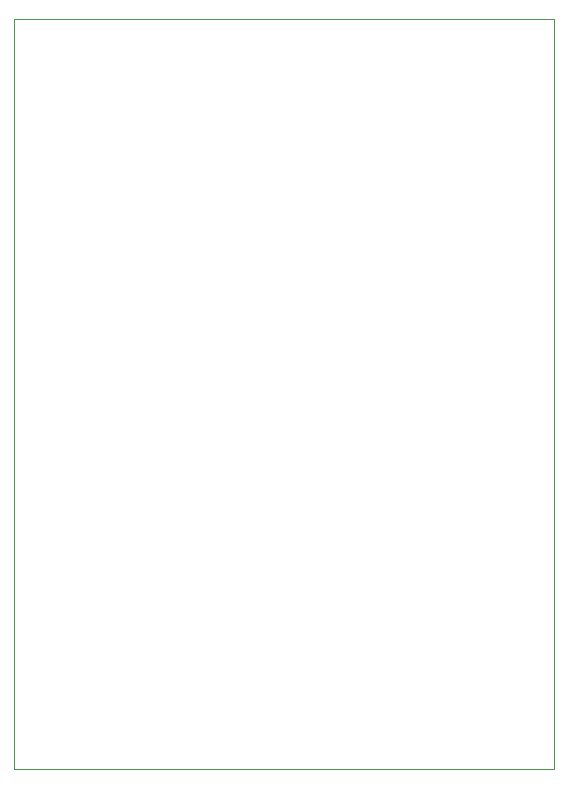
<source format=gbr>
G04 #@! TF.GenerationSoftware,KiCad,Pcbnew,5.1.5*
G04 #@! TF.CreationDate,2020-02-16T17:08:25+01:00*
G04 #@! TF.ProjectId,feuchtraumabzweigdose,66657563-6874-4726-9175-6d61627a7765,rev?*
G04 #@! TF.SameCoordinates,Original*
G04 #@! TF.FileFunction,Profile,NP*
%FSLAX46Y46*%
G04 Gerber Fmt 4.6, Leading zero omitted, Abs format (unit mm)*
G04 Created by KiCad (PCBNEW 5.1.5) date 2020-02-16 17:08:25*
%MOMM*%
%LPD*%
G04 APERTURE LIST*
%ADD10C,0.050000*%
G04 APERTURE END LIST*
D10*
X129540000Y-114300000D02*
X175260000Y-114300000D01*
X175260000Y-50800000D02*
X175260000Y-114300000D01*
X129540000Y-50800000D02*
X175260000Y-50800000D01*
X129540000Y-50800000D02*
X129540000Y-114300000D01*
M02*

</source>
